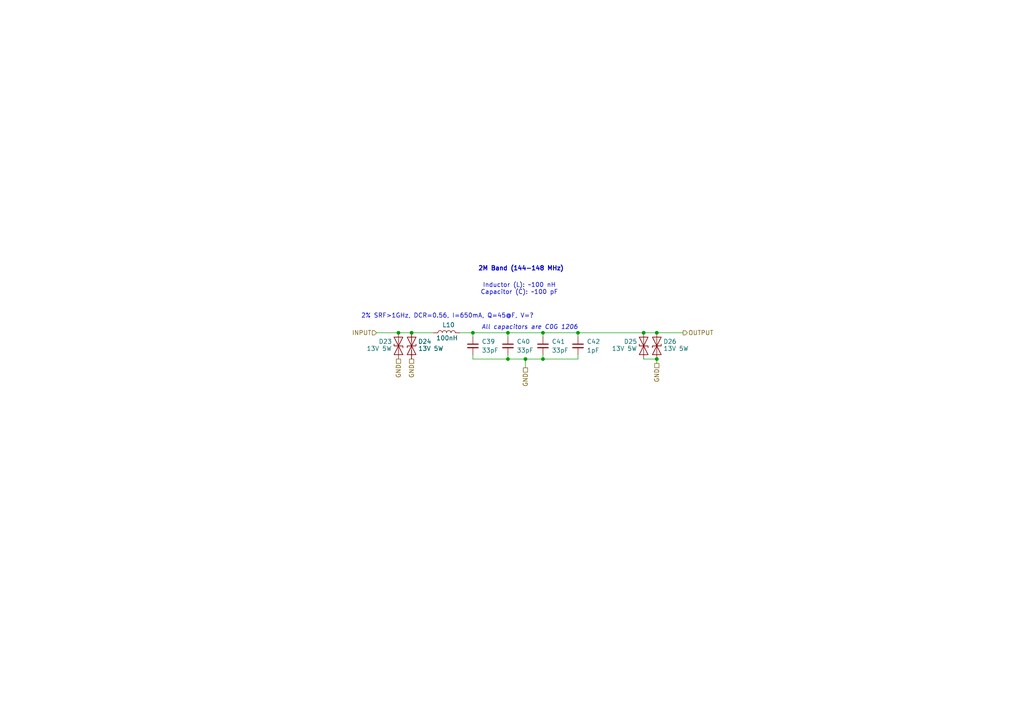
<source format=kicad_sch>
(kicad_sch (version 20231120) (generator "eeschema") (generator_version "8.0")
  (paper "A4")
  (lib_symbols
    (symbol "Device:C_Small" (pin_numbers hide) (pin_names (offset 0.254) hide)
      (property "Reference" "C" (at 0.254 1.778 0))
      (property "Value" "C_Small" (at 0.254 -2.032 0))
      (symbol "C_Small_0_1"
        (polyline (pts (xy -1.524 -0.508) (xy 1.524 -0.508)) (stroke (width 0.3302)))
        (polyline (pts (xy -1.524 0.508) (xy 1.524 0.508)) (stroke (width 0.3048)))
      )
      (symbol "C_Small_1_1"
        (pin passive line (at 0 2.54 270) (length 2.032) (name "~") (number "1"))
        (pin passive line (at 0 -2.54 90) (length 2.032) (name "~") (number "2"))
      )
    )
    (symbol "Device:L" (pin_numbers hide) (pin_names (offset 1.016) hide)
      (property "Reference" "L" (at -1.27 0 90))
      (property "Value" "L" (at 1.905 0 90))
      (symbol "L_0_1"
        (arc (start 0 -2.54) (mid 0.6323 -1.905) (end 0 -1.27))
        (arc (start 0 -1.27) (mid 0.6323 -0.635) (end 0 0))
        (arc (start 0 0) (mid 0.6323 0.635) (end 0 1.27))
        (arc (start 0 1.27) (mid 0.6323 1.905) (end 0 2.54))
      )
      (symbol "L_1_1"
        (pin passive line (at 0 3.81 270) (length 1.27) (name "1") (number "1"))
        (pin passive line (at 0 -3.81 90) (length 1.27) (name "2") (number "2"))
      )
    )
    (symbol "Diode:SD15_SOD323" (pin_numbers hide) (pin_names (offset 1.016) hide)
      (property "Reference" "D" (at 0 2.54 0))
      (property "Value" "SD15_SOD323" (at 0 -2.54 0))
      (symbol "SD15_SOD323_0_1"
        (polyline (pts (xy 1.27 0) (xy -1.27 0)))
        (polyline (pts (xy -2.54 -1.27) (xy 0 0) (xy -2.54 1.27) (xy -2.54 -1.27)) (stroke (width 0.2032)))
        (polyline (pts (xy 0.508 1.27) (xy 0 1.27) (xy 0 -1.27) (xy -0.508 -1.27)) (stroke (width 0.2032)))
        (polyline (pts (xy 2.54 1.27) (xy 2.54 -1.27) (xy 0 0) (xy 2.54 1.27)) (stroke (width 0.2032)))
      )
      (symbol "SD15_SOD323_1_1"
        (pin passive line (at -3.81 0 0) (length 2.54) (name "A1") (number "1"))
        (pin passive line (at 3.81 0 180) (length 2.54) (name "A2") (number "2"))
      )
    )
  )
  (junction (at 147.32 96.52))
  (junction (at 119.38 96.52))
  (junction (at 152.4 104.14))
  (junction (at 190.5 96.52))
  (junction (at 157.48 104.14))
  (junction (at 167.64 96.52))
  (junction (at 147.32 104.14))
  (junction (at 190.5 104.14))
  (junction (at 137.16 96.52))
  (junction (at 157.48 96.52))
  (junction (at 186.69 96.52))
  (junction (at 115.57 96.52))
  (wire (pts (xy 137.16 96.52) (xy 147.32 96.52)))
  (wire (pts (xy 147.32 96.52) (xy 157.48 96.52)))
  (wire (pts (xy 186.69 96.52) (xy 190.5 96.52)))
  (wire (pts (xy 157.48 102.87) (xy 157.48 104.14)))
  (wire (pts (xy 119.38 96.52) (xy 125.73 96.52)))
  (wire (pts (xy 152.4 104.14) (xy 157.48 104.14)))
  (wire (pts (xy 167.64 104.14) (xy 167.64 102.87)))
  (wire (pts (xy 167.64 96.52) (xy 186.69 96.52)))
  (wire (pts (xy 137.16 102.87) (xy 137.16 104.14)))
  (wire (pts (xy 186.69 104.14) (xy 190.5 104.14)))
  (wire (pts (xy 147.32 102.87) (xy 147.32 104.14)))
  (wire (pts (xy 147.32 104.14) (xy 152.4 104.14)))
  (wire (pts (xy 157.48 104.14) (xy 167.64 104.14)))
  (wire (pts (xy 152.4 104.14) (xy 152.4 106.68)))
  (wire (pts (xy 109.22 96.52) (xy 115.57 96.52)))
  (wire (pts (xy 137.16 104.14) (xy 147.32 104.14)))
  (wire (pts (xy 133.35 96.52) (xy 137.16 96.52)))
  (wire (pts (xy 157.48 96.52) (xy 157.48 97.79)))
  (wire (pts (xy 190.5 96.52) (xy 198.12 96.52)))
  (wire (pts (xy 147.32 96.52) (xy 147.32 97.79)))
  (wire (pts (xy 167.64 96.52) (xy 167.64 97.79)))
  (wire (pts (xy 137.16 96.52) (xy 137.16 97.79)))
  (wire (pts (xy 190.5 104.14) (xy 190.5 105.41)))
  (wire (pts (xy 115.57 96.52) (xy 119.38 96.52)))
  (wire (pts (xy 157.48 96.52) (xy 167.64 96.52)))
  (text "Inductor (L): ~100 nH\nCapacitor (C): ~100 pF" (at 150.622 83.82 0) (effects (font (size 1.27 1.27))))
  (text "2M Band (144-148 MHz)" (at 151.13 77.978 0) (effects (font (size 1.27 1.27) (thickness 0.254) (bold yes))))
  (text "2% SRF>1GHz, DCR=0.56, I=650mA, Q=45@F, V=?" (at 129.794 91.694 0) (effects (font (size 1.27 1.27))))
  (text "All capacitors are C0G 1206" (at 153.67 94.996 0) (effects (font (size 1.27 1.27) (italic yes))))
  (hierarchical_label "GND" (shape passive) (at 190.5 105.41 270))
  (hierarchical_label "GND" (shape passive) (at 152.4 106.68 270))
  (hierarchical_label "GND" (shape passive) (at 115.57 104.14 270))
  (hierarchical_label "GND" (shape passive) (at 119.38 104.14 270))
  (hierarchical_label "OUTPUT" (shape output) (at 198.12 96.52 0))
  (hierarchical_label "INPUT" (shape input) (at 109.22 96.52 180))
  (symbol (lib_id "Device:C_Small") (at 147.32 100.33 0) (unit 1)
    (property "Reference" "C40" (at 149.86 99.0662 0) (effects (justify left)))
    (property "Value" "33pF" (at 149.86 101.6062 0) (effects (justify left)))
    (property "Footprint" "Capacitor_SMD:C_1206_3216Metric" (effects (hide yes)))
    (property "Datasheet" "https://wmsc.lcsc.com/wmsc/upload/file/pdf/v2/lcsc/2304140030_Murata-Electronics-GRM31A5C2J330JW01D_C415521.pdf" (effects (hide yes)))
    (property "Description" "630V 33pF C0G ±5% 1206 Multilayer Ceramic Capacitors MLCC - SMD/SMT ROHS" (effects (hide yes)))
    (property "LCSC Part #" "C415521" (effects (hide yes)))
    (property "MPN" "GRM31A5C2J330JW01D" (effects (hide yes)))
    (property "Manufacturer" "Murata" (effects (hide yes)))
  )
  (symbol (lib_id "Diode:SD15_SOD323") (at 186.69 100.33 90) (unit 1)
    (property "Reference" "D25" (at 182.88 99.06 90))
    (property "Value" "13V 5W" (at 181.102 101.092 90))
    (property "Footprint" "Diode_SMD:D_0603_1608Metric" (effects (hide yes)))
    (property "Datasheet" "https://wmsc.lcsc.com/wmsc/upload/file/pdf/v2/lcsc/1912111437_DOWO-SMB5350B_C284082.pdf" (effects (hide yes)))
    (property "Description" "Independent Type 5W 13V SMB(DO-214AA) Zener Diodes ROHS" (effects (hide yes)))
    (property "LCSC Part #" "C284082" (effects (hide yes)))
    (property "MPN" "SMB5350B" (effects (hide yes)))
    (property "Manufacturer" "DOWO" (effects (hide yes)))
  )
  (symbol (lib_id "Diode:SD15_SOD323") (at 190.5 100.33 270) (mirror x) (unit 1)
    (property "Reference" "D26" (at 194.31 99.06 90))
    (property "Value" "13V 5W" (at 196.088 101.092 90))
    (property "Footprint" "Diode_SMD:D_0603_1608Metric" (effects (hide yes)))
    (property "Datasheet" "https://wmsc.lcsc.com/wmsc/upload/file/pdf/v2/lcsc/1912111437_DOWO-SMB5350B_C284082.pdf" (effects (hide yes)))
    (property "Description" "Independent Type 5W 13V SMB(DO-214AA) Zener Diodes ROHS" (effects (hide yes)))
    (property "LCSC Part #" "C284082" (effects (hide yes)))
    (property "MPN" "SMB5350B" (effects (hide yes)))
    (property "Manufacturer" "DOWO" (effects (hide yes)))
  )
  (symbol (lib_id "Device:C_Small") (at 167.64 100.33 0) (unit 1)
    (property "Reference" "C42" (at 170.18 99.0662 0) (effects (justify left)))
    (property "Value" "1pF" (at 170.18 101.6062 0) (effects (justify left)))
    (property "Footprint" "Capacitor_SMD:C_1206_3216Metric" (effects (hide yes)))
    (property "Datasheet" "https://wmsc.lcsc.com/wmsc/upload/file/pdf/v2/lcsc/2304140030_FH--Guangdong-Fenghua-Advanced-Tech-1206CG1R0C500NT_C1891.pdf" (effects (hide yes)))
    (property "Description" "Unpolarized capacitor, small symbol" (effects (hide yes)))
    (property "LCSC Part #" "C1891" (effects (hide yes)))
    (property "MPN" "1206CG1R0C500NT" (effects (hide yes)))
    (property "Manufacturer" "Fenghua" (effects (hide yes)))
  )
  (symbol (lib_id "Diode:SD15_SOD323") (at 119.38 100.33 270) (mirror x) (unit 1)
    (property "Reference" "D24" (at 123.19 99.06 90))
    (property "Value" "13V 5W" (at 124.968 101.092 90))
    (property "Footprint" "Diode_SMD:D_0603_1608Metric" (effects (hide yes)))
    (property "Datasheet" "https://wmsc.lcsc.com/wmsc/upload/file/pdf/v2/lcsc/1912111437_DOWO-SMB5350B_C284082.pdf" (effects (hide yes)))
    (property "Description" "Independent Type 5W 13V SMB(DO-214AA) Zener Diodes ROHS" (effects (hide yes)))
    (property "LCSC Part #" "C284082" (effects (hide yes)))
    (property "MPN" "SMB5350B" (effects (hide yes)))
    (property "Manufacturer" "DOWO" (effects (hide yes)))
  )
  (symbol (lib_id "Diode:SD15_SOD323") (at 115.57 100.33 90) (unit 1)
    (property "Reference" "D23" (at 111.76 99.06 90))
    (property "Value" "13V 5W" (at 109.982 101.092 90))
    (property "Footprint" "Diode_SMD:D_0603_1608Metric" (effects (hide yes)))
    (property "Datasheet" "https://wmsc.lcsc.com/wmsc/upload/file/pdf/v2/lcsc/1912111437_DOWO-SMB5350B_C284082.pdf" (effects (hide yes)))
    (property "Description" "Independent Type 5W 13V SMB(DO-214AA) Zener Diodes ROHS" (effects (hide yes)))
    (property "LCSC Part #" "C284082" (effects (hide yes)))
    (property "MPN" "SMB5350B" (effects (hide yes)))
    (property "Manufacturer" "DOWO" (effects (hide yes)))
  )
  (symbol (lib_id "Device:L") (at 129.54 96.52 90) (unit 1)
    (property "Reference" "L10" (at 128.27 94.234 90) (effects (justify right)))
    (property "Value" "100nH" (at 126.492 98.044 90) (effects (justify right)))
    (property "Footprint" "Inductor_SMD:L_1008_2520Metric" (effects (hide yes)))
    (property "Datasheet" "https://wmsc.lcsc.com/wmsc/upload/file/pdf/v2/lcsc/2304140030_PSA-Prosperity-Dielectrics-FEC1008CP-R10G-LRH_C346437.pdf" (effects (hide yes)))
    (property "Description" "650mA 100nH ±2% 560mΩ 1008 Inductors (SMD) ROHS" (effects (hide yes)))
    (property "Notes" "For 2M band, 144-148MHz." (effects (hide yes)))
    (property "LCSC Part #" "C346437" (effects (hide yes)))
    (property "MPN" "FEC1008CP-R10G-LRH" (effects (hide yes)))
    (property "Manufacturer" "Prosperity" (effects (hide yes)))
  )
  (symbol (lib_id "Device:C_Small") (at 137.16 100.33 0) (unit 1)
    (property "Reference" "C39" (at 139.7 99.0662 0) (effects (justify left)))
    (property "Value" "33pF" (at 139.7 101.6062 0) (effects (justify left)))
    (property "Footprint" "Capacitor_SMD:C_1206_3216Metric" (effects (hide yes)))
    (property "Datasheet" "https://wmsc.lcsc.com/wmsc/upload/file/pdf/v2/lcsc/2304140030_Murata-Electronics-GRM31A5C2J330JW01D_C415521.pdf" (effects (hide yes)))
    (property "Description" "630V 33pF C0G ±5% 1206 Multilayer Ceramic Capacitors MLCC - SMD/SMT ROHS" (effects (hide yes)))
    (property "LCSC Part #" "C415521" (effects (hide yes)))
    (property "MPN" "GRM31A5C2J330JW01D" (effects (hide yes)))
    (property "Manufacturer" "Murata" (effects (hide yes)))
  )
  (symbol (lib_id "Device:C_Small") (at 157.48 100.33 0) (unit 1)
    (property "Reference" "C41" (at 160.02 99.0662 0) (effects (justify left)))
    (property "Value" "33pF" (at 160.02 101.6062 0) (effects (justify left)))
    (property "Footprint" "Capacitor_SMD:C_1206_3216Metric" (effects (hide yes)))
    (property "Datasheet" "https://wmsc.lcsc.com/wmsc/upload/file/pdf/v2/lcsc/2304140030_Murata-Electronics-GRM31A5C2J330JW01D_C415521.pdf" (effects (hide yes)))
    (property "Description" "630V 33pF C0G ±5% 1206 Multilayer Ceramic Capacitors MLCC - SMD/SMT ROHS" (effects (hide yes)))
    (property "LCSC Part #" "C415521" (effects (hide yes)))
    (property "MPN" "GRM31A5C2J330JW01D" (effects (hide yes)))
    (property "Manufacturer" "Murata" (effects (hide yes)))
  )
)
</source>
